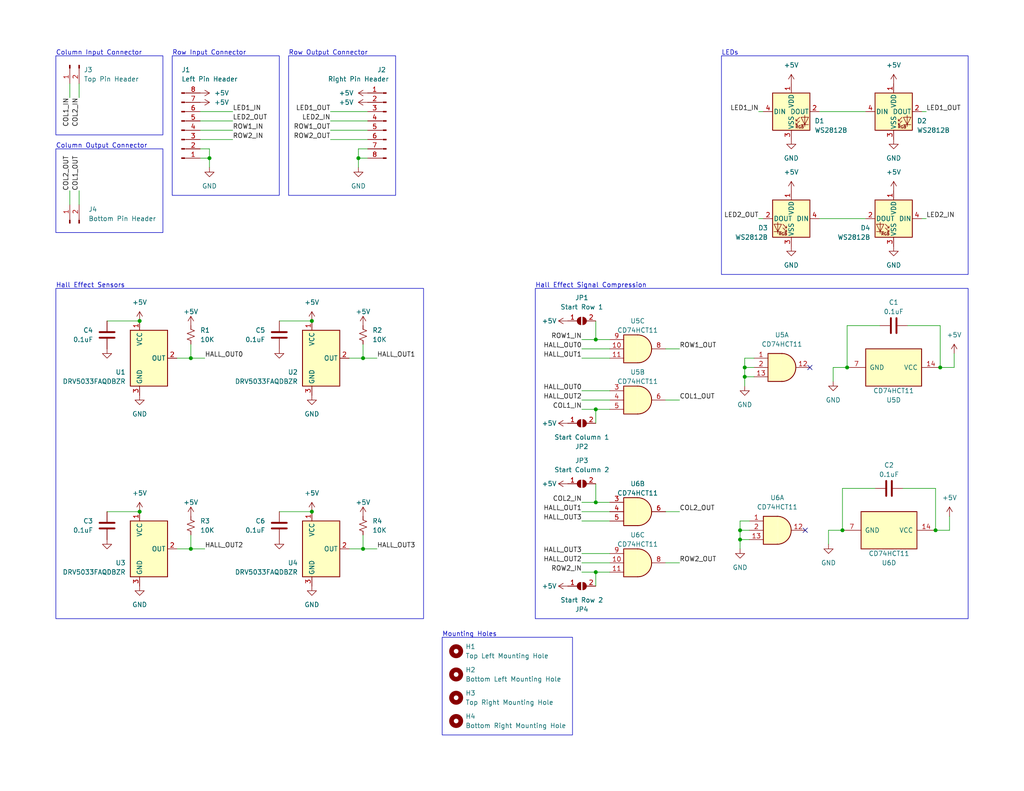
<source format=kicad_sch>
(kicad_sch (version 20230121) (generator eeschema)
  (paper "USLetter")
  (title_block (title "Sensor PCB") (date "2023-10-18") (rev "A") (company "ECE 477"))
  (lib_symbols
    (symbol "74xx:74LS11" (pin_names (offset 1.016))
      (property "Reference" "U" (at 0 1.27 0))
      (property "Value" "74LS11" (at 0 -1.27 0))
      (symbol "74LS11_1_1"
        (arc (start 0 -3.81) (mid 3.7934 0) (end 0 3.81) (stroke (width 0.254)) (fill (type background)))
        (polyline (pts (xy 0 3.81) (xy -3.81 3.81) (xy -3.81 -3.81) (xy 0 -3.81)) (stroke (width 0.254)) (fill (type background)))
        (pin input line (at -7.62 2.54 0) (length 3.81) (name "~") (number "1"))
        (pin output line (at 7.62 0 180) (length 3.81) (name "~") (number "12"))
        (pin input line (at -7.62 -2.54 0) (length 3.81) (name "~") (number "13"))
        (pin input line (at -7.62 0 0) (length 3.81) (name "~") (number "2"))
      )
      (symbol "74LS11_1_2"
        (arc (start -3.81 -3.81) (mid -2.589 0) (end -3.81 3.81) (stroke (width 0.254)))
        (arc (start -0.6096 -3.81) (mid 2.1842 -2.5851) (end 3.81 0) (stroke (width 0.254)) (fill (type background)))
        (polyline (pts (xy -3.81 -3.81) (xy -0.635 -3.81)) (stroke (width 0.254)) (fill (type background)))
        (polyline (pts (xy -3.81 3.81) (xy -0.635 3.81)) (stroke (width 0.254)) (fill (type background)))
        (polyline (pts (xy -0.635 3.81) (xy -3.81 3.81) (xy -3.81 3.81) (xy -3.556 3.4036) (xy -3.0226 2.2606) (xy -2.6924 1.0414) (xy -2.6162 -0.254) (xy -2.7686 -1.4986) (xy -3.175 -2.7178) (xy -3.81 -3.81) (xy -3.81 -3.81) (xy -0.635 -3.81)) (stroke (width -25.4)) (fill (type background)))
        (arc (start 3.81 0) (mid 2.1915 2.5936) (end -0.6096 3.81) (stroke (width 0.254)) (fill (type background)))
        (pin input inverted (at -7.62 2.54 0) (length 4.318) (name "~") (number "1"))
        (pin output inverted (at 7.62 0 180) (length 3.81) (name "~") (number "12"))
        (pin input inverted (at -7.62 -2.54 0) (length 4.318) (name "~") (number "13"))
        (pin input inverted (at -7.62 0 0) (length 4.953) (name "~") (number "2"))
      )
      (symbol "74LS11_2_1"
        (arc (start 0 -3.81) (mid 3.7934 0) (end 0 3.81) (stroke (width 0.254)) (fill (type background)))
        (polyline (pts (xy 0 3.81) (xy -3.81 3.81) (xy -3.81 -3.81) (xy 0 -3.81)) (stroke (width 0.254)) (fill (type background)))
        (pin input line (at -7.62 2.54 0) (length 3.81) (name "~") (number "3"))
        (pin input line (at -7.62 0 0) (length 3.81) (name "~") (number "4"))
        (pin input line (at -7.62 -2.54 0) (length 3.81) (name "~") (number "5"))
        (pin output line (at 7.62 0 180) (length 3.81) (name "~") (number "6"))
      )
      (symbol "74LS11_2_2"
        (arc (start -3.81 -3.81) (mid -2.589 0) (end -3.81 3.81) (stroke (width 0.254)))
        (arc (start -0.6096 -3.81) (mid 2.1842 -2.5851) (end 3.81 0) (stroke (width 0.254)) (fill (type background)))
        (polyline (pts (xy -3.81 -3.81) (xy -0.635 -3.81)) (stroke (width 0.254)) (fill (type background)))
        (polyline (pts (xy -3.81 3.81) (xy -0.635 3.81)) (stroke (width 0.254)) (fill (type background)))
        (polyline (pts (xy -0.635 3.81) (xy -3.81 3.81) (xy -3.81 3.81) (xy -3.556 3.4036) (xy -3.0226 2.2606) (xy -2.6924 1.0414) (xy -2.6162 -0.254) (xy -2.7686 -1.4986) (xy -3.175 -2.7178) (xy -3.81 -3.81) (xy -3.81 -3.81) (xy -0.635 -3.81)) (stroke (width -25.4)) (fill (type background)))
        (arc (start 3.81 0) (mid 2.1915 2.5936) (end -0.6096 3.81) (stroke (width 0.254)) (fill (type background)))
        (pin input inverted (at -7.62 2.54 0) (length 4.318) (name "~") (number "3"))
        (pin input inverted (at -7.62 0 0) (length 4.953) (name "~") (number "4"))
        (pin input inverted (at -7.62 -2.54 0) (length 4.318) (name "~") (number "5"))
        (pin output inverted (at 7.62 0 180) (length 3.81) (name "~") (number "6"))
      )
      (symbol "74LS11_3_1"
        (arc (start 0 -3.81) (mid 3.7934 0) (end 0 3.81) (stroke (width 0.254)) (fill (type background)))
        (polyline (pts (xy 0 3.81) (xy -3.81 3.81) (xy -3.81 -3.81) (xy 0 -3.81)) (stroke (width 0.254)) (fill (type background)))
        (pin input line (at -7.62 0 0) (length 3.81) (name "~") (number "10"))
        (pin input line (at -7.62 -2.54 0) (length 3.81) (name "~") (number "11"))
        (pin output line (at 7.62 0 180) (length 3.81) (name "~") (number "8"))
        (pin input line (at -7.62 2.54 0) (length 3.81) (name "~") (number "9"))
      )
      (symbol "74LS11_3_2"
        (arc (start -3.81 -3.81) (mid -2.589 0) (end -3.81 3.81) (stroke (width 0.254)))
        (arc (start -0.6096 -3.81) (mid 2.1842 -2.5851) (end 3.81 0) (stroke (width 0.254)) (fill (type background)))
        (polyline (pts (xy -3.81 -3.81) (xy -0.635 -3.81)) (stroke (width 0.254)) (fill (type background)))
        (polyline (pts (xy -3.81 3.81) (xy -0.635 3.81)) (stroke (width 0.254)) (fill (type background)))
        (polyline (pts (xy -0.635 3.81) (xy -3.81 3.81) (xy -3.81 3.81) (xy -3.556 3.4036) (xy -3.0226 2.2606) (xy -2.6924 1.0414) (xy -2.6162 -0.254) (xy -2.7686 -1.4986) (xy -3.175 -2.7178) (xy -3.81 -3.81) (xy -3.81 -3.81) (xy -0.635 -3.81)) (stroke (width -25.4)) (fill (type background)))
        (arc (start 3.81 0) (mid 2.1915 2.5936) (end -0.6096 3.81) (stroke (width 0.254)) (fill (type background)))
        (pin input inverted (at -7.62 0 0) (length 4.953) (name "~") (number "10"))
        (pin input inverted (at -7.62 -2.54 0) (length 4.318) (name "~") (number "11"))
        (pin output inverted (at 7.62 0 180) (length 3.81) (name "~") (number "8"))
        (pin input inverted (at -7.62 2.54 0) (length 4.318) (name "~") (number "9"))
      )
      (symbol "74LS11_4_0"
        (pin power_in line (at 0 12.7 270) (length 5.08) (name "VCC") (number "14"))
        (pin power_in line (at 0 -12.7 90) (length 5.08) (name "GND") (number "7"))
      )
      (symbol "74LS11_4_1"
        (rectangle (start -5.08 7.62) (end 5.08 -7.62) (stroke (width 0.254)) (fill (type background)))
      )
    )
    (symbol "Connector:Conn_01x02_Pin" (pin_names (offset 1.016) hide)
      (property "Reference" "J" (at 0 2.54 0))
      (property "Value" "Conn_01x02_Pin" (at 0 -5.08 0))
      (symbol "Conn_01x02_Pin_1_1"
        (polyline (pts (xy 1.27 -2.54) (xy 0.8636 -2.54)) (stroke (width 0.1524)))
        (polyline (pts (xy 1.27 0) (xy 0.8636 0)) (stroke (width 0.1524)))
        (rectangle (start 0.8636 -2.413) (end 0 -2.667) (stroke (width 0.1524)) (fill (type outline)))
        (rectangle (start 0.8636 0.127) (end 0 -0.127) (stroke (width 0.1524)) (fill (type outline)))
        (pin passive line (at 5.08 0 180) (length 3.81) (name "Pin_1") (number "1"))
        (pin passive line (at 5.08 -2.54 180) (length 3.81) (name "Pin_2") (number "2"))
      )
    )
    (symbol "Connector:Conn_01x08_Pin" (pin_names (offset 1.016) hide)
      (property "Reference" "J" (at 0 10.16 0))
      (property "Value" "Conn_01x08_Pin" (at 0 -12.7 0))
      (symbol "Conn_01x08_Pin_1_1"
        (polyline (pts (xy 1.27 -10.16) (xy 0.8636 -10.16)) (stroke (width 0.1524)))
        (polyline (pts (xy 1.27 -7.62) (xy 0.8636 -7.62)) (stroke (width 0.1524)))
        (polyline (pts (xy 1.27 -5.08) (xy 0.8636 -5.08)) (stroke (width 0.1524)))
        (polyline (pts (xy 1.27 -2.54) (xy 0.8636 -2.54)) (stroke (width 0.1524)))
        (polyline (pts (xy 1.27 0) (xy 0.8636 0)) (stroke (width 0.1524)))
        (polyline (pts (xy 1.27 2.54) (xy 0.8636 2.54)) (stroke (width 0.1524)))
        (polyline (pts (xy 1.27 5.08) (xy 0.8636 5.08)) (stroke (width 0.1524)))
        (polyline (pts (xy 1.27 7.62) (xy 0.8636 7.62)) (stroke (width 0.1524)))
        (rectangle (start 0.8636 -10.033) (end 0 -10.287) (stroke (width 0.1524)) (fill (type outline)))
        (rectangle (start 0.8636 -7.493) (end 0 -7.747) (stroke (width 0.1524)) (fill (type outline)))
        (rectangle (start 0.8636 -4.953) (end 0 -5.207) (stroke (width 0.1524)) (fill (type outline)))
        (rectangle (start 0.8636 -2.413) (end 0 -2.667) (stroke (width 0.1524)) (fill (type outline)))
        (rectangle (start 0.8636 0.127) (end 0 -0.127) (stroke (width 0.1524)) (fill (type outline)))
        (rectangle (start 0.8636 2.667) (end 0 2.413) (stroke (width 0.1524)) (fill (type outline)))
        (rectangle (start 0.8636 5.207) (end 0 4.953) (stroke (width 0.1524)) (fill (type outline)))
        (rectangle (start 0.8636 7.747) (end 0 7.493) (stroke (width 0.1524)) (fill (type outline)))
        (pin passive line (at 5.08 7.62 180) (length 3.81) (name "Pin_1") (number "1"))
        (pin passive line (at 5.08 5.08 180) (length 3.81) (name "Pin_2") (number "2"))
        (pin passive line (at 5.08 2.54 180) (length 3.81) (name "Pin_3") (number "3"))
        (pin passive line (at 5.08 0 180) (length 3.81) (name "Pin_4") (number "4"))
        (pin passive line (at 5.08 -2.54 180) (length 3.81) (name "Pin_5") (number "5"))
        (pin passive line (at 5.08 -5.08 180) (length 3.81) (name "Pin_6") (number "6"))
        (pin passive line (at 5.08 -7.62 180) (length 3.81) (name "Pin_7") (number "7"))
        (pin passive line (at 5.08 -10.16 180) (length 3.81) (name "Pin_8") (number "8"))
      )
    )
    (symbol "Device:C" (pin_numbers hide) (pin_names (offset 0.254))
      (property "Reference" "C" (at 0.635 2.54 0))
      (property "Value" "C" (at 0.635 -2.54 0))
      (symbol "C_0_1"
        (polyline (pts (xy -2.032 -0.762) (xy 2.032 -0.762)) (stroke (width 0.508)))
        (polyline (pts (xy -2.032 0.762) (xy 2.032 0.762)) (stroke (width 0.508)))
      )
      (symbol "C_1_1"
        (pin passive line (at 0 3.81 270) (length 2.794) (name "~") (number "1"))
        (pin passive line (at 0 -3.81 90) (length 2.794) (name "~") (number "2"))
      )
    )
    (symbol "Device:R_Small_US" (pin_numbers hide) (pin_names (offset 0.254) hide)
      (property "Reference" "R" (at 0.762 0.508 0))
      (property "Value" "R_Small_US" (at 0.762 -1.016 0))
      (symbol "R_Small_US_1_1"
        (polyline (pts (xy 0 0) (xy 1.016 -0.381) (xy 0 -0.762) (xy -1.016 -1.143) (xy 0 -1.524)))
        (polyline (pts (xy 0 1.524) (xy 1.016 1.143) (xy 0 0.762) (xy -1.016 0.381) (xy 0 0)))
        (pin passive line (at 0 2.54 270) (length 1.016) (name "~") (number "1"))
        (pin passive line (at 0 -2.54 90) (length 1.016) (name "~") (number "2"))
      )
    )
    (symbol "Jumper:SolderJumper_2_Open" (pin_names (offset 0) hide)
      (property "Reference" "JP" (at 0 2.032 0))
      (property "Value" "SolderJumper_2_Open" (at 0 -2.54 0))
      (symbol "SolderJumper_2_Open_0_1"
        (arc (start -0.254 1.016) (mid -1.2656 0) (end -0.254 -1.016))
        (arc (start -0.254 1.016) (mid -1.2656 0) (end -0.254 -1.016) (fill (type outline)))
        (polyline (pts (xy -0.254 1.016) (xy -0.254 -1.016)))
        (polyline (pts (xy 0.254 1.016) (xy 0.254 -1.016)))
        (arc (start 0.254 -1.016) (mid 1.2656 0) (end 0.254 1.016))
        (arc (start 0.254 -1.016) (mid 1.2656 0) (end 0.254 1.016) (fill (type outline)))
      )
      (symbol "SolderJumper_2_Open_1_1"
        (pin passive line (at -3.81 0 0) (length 2.54) (name "A") (number "1"))
        (pin passive line (at 3.81 0 180) (length 2.54) (name "B") (number "2"))
      )
    )
    (symbol "LED:WS2812B" (pin_names (offset 0.254))
      (property "Reference" "D" (at 5.08 5.715 0))
      (property "Value" "WS2812B" (at 1.27 -5.715 0))
      (symbol "WS2812B_0_0"
        (text "RGB" (at 2.286 -4.191 0) (effects (font (size 0.762 0.762))))
      )
      (symbol "WS2812B_0_1"
        (polyline (pts (xy 1.27 -3.556) (xy 1.778 -3.556)))
        (polyline (pts (xy 1.27 -2.54) (xy 1.778 -2.54)))
        (polyline (pts (xy 4.699 -3.556) (xy 2.667 -3.556)))
        (polyline (pts (xy 2.286 -2.54) (xy 1.27 -3.556) (xy 1.27 -3.048)))
        (polyline (pts (xy 2.286 -1.524) (xy 1.27 -2.54) (xy 1.27 -2.032)))
        (polyline (pts (xy 3.683 -1.016) (xy 3.683 -3.556) (xy 3.683 -4.064)))
        (polyline (pts (xy 4.699 -1.524) (xy 2.667 -1.524) (xy 3.683 -3.556) (xy 4.699 -1.524)))
        (rectangle (start 5.08 5.08) (end -5.08 -5.08) (stroke (width 0.254)) (fill (type background)))
      )
      (symbol "WS2812B_1_1"
        (pin power_in line (at 0 7.62 270) (length 2.54) (name "VDD") (number "1"))
        (pin output line (at 7.62 0 180) (length 2.54) (name "DOUT") (number "2"))
        (pin power_in line (at 0 -7.62 90) (length 2.54) (name "VSS") (number "3"))
        (pin input line (at -7.62 0 0) (length 2.54) (name "DIN") (number "4"))
      )
    )
    (symbol "Mechanical:MountingHole" (pin_names (offset 1.016))
      (property "Reference" "H" (at 0 5.08 0))
      (property "Value" "MountingHole" (at 0 3.175 0))
      (symbol "MountingHole_0_1"
        (circle (center 0 0) (radius 1.27) (stroke (width 1.27)))
      )
    )
    (symbol "Sensor_Magnetic:DRV5033AJxDBZ"
      (property "Reference" "U" (at 2.54 12.7 0))
      (property "Value" "DRV5033AJxDBZ" (at 2.54 10.16 0))
      (symbol "DRV5033AJxDBZ_1_1"
        (rectangle (start -5.08 7.62) (end 5.08 -7.62) (stroke (width 0.254)) (fill (type background)))
        (pin power_in line (at -2.54 10.16 270) (length 2.54) (name "VCC") (number "1"))
        (pin output line (at 7.62 0 180) (length 2.54) (name "OUT") (number "2"))
        (pin power_in line (at -2.54 -10.16 90) (length 2.54) (name "GND") (number "3"))
      )
    )
    (symbol "power:+5V" (power) (pin_names (offset 0))
      (property "Value" "+5V" (at 0 3.556 0))
      (symbol "+5V_0_1"
        (polyline (pts (xy -0.762 1.27) (xy 0 2.54)))
        (polyline (pts (xy 0 0) (xy 0 2.54)))
        (polyline (pts (xy 0 2.54) (xy 0.762 1.27)))
      )
      (symbol "+5V_1_1"
        (pin power_in line (at 0 0 90) (length 0) hide (name "+5V") (number "1"))
      )
    )
    (symbol "power:GND" (power) (pin_names (offset 0))
      (property "Value" "GND" (at 0 -3.81 0))
      (symbol "GND_0_1"
        (polyline (pts (xy 0 0) (xy 0 -1.27) (xy 1.27 -1.27) (xy 0 -2.54) (xy -1.27 -1.27) (xy 0 -1.27)))
      )
      (symbol "GND_1_1"
        (pin power_in line (at 0 0 270) (length 0) hide (name "GND") (number "1"))
      )
    )
  )
  (junction (at 85.09 139.7))
  (junction (at 38.1 87.63))
  (junction (at 162.56 92.71))
  (junction (at 256.54 100.33))
  (junction (at 255.27 144.78))
  (junction (at 99.06 149.86))
  (junction (at 162.56 137.16))
  (junction (at 52.07 149.86))
  (junction (at 201.93 144.78))
  (junction (at 38.1 139.7))
  (junction (at 229.87 144.78))
  (junction (at 231.14 100.33))
  (junction (at 162.56 111.76))
  (junction (at 99.06 97.79))
  (junction (at 52.07 97.79))
  (junction (at 57.15 43.18))
  (junction (at 203.2 102.87))
  (junction (at 97.79 43.18))
  (junction (at 203.2 100.33))
  (junction (at 85.09 87.63))
  (junction (at 201.93 147.32))
  (junction (at 162.56 156.21))
  (no_connect (at 220.98 100.33))
  (no_connect (at 219.71 144.78))
  (wire (pts (xy 54.61 38.1) (xy 63.5 38.1)))
  (wire (pts (xy 21.59 55.88) (xy 21.59 52.07)))
  (wire (pts (xy 48.26 149.86) (xy 52.07 149.86)))
  (wire (pts (xy 158.75 106.68) (xy 166.37 106.68)))
  (wire (pts (xy 99.06 146.05) (xy 99.06 149.86)))
  (wire (pts (xy 201.93 147.32) (xy 204.47 147.32)))
  (wire (pts (xy 255.27 133.35) (xy 255.27 144.78)))
  (wire (pts (xy 207.01 30.48) (xy 208.28 30.48)))
  (wire (pts (xy 52.07 149.86) (xy 55.88 149.86)))
  (wire (pts (xy 158.75 151.13) (xy 166.37 151.13)))
  (wire (pts (xy 158.75 137.16) (xy 162.56 137.16)))
  (wire (pts (xy 185.42 139.7) (xy 181.61 139.7)))
  (wire (pts (xy 29.21 139.7) (xy 38.1 139.7)))
  (wire (pts (xy 251.46 59.69) (xy 252.73 59.69)))
  (wire (pts (xy 162.56 87.63) (xy 162.56 92.71)))
  (wire (pts (xy 203.2 100.33) (xy 203.2 102.87)))
  (wire (pts (xy 99.06 97.79) (xy 102.87 97.79)))
  (wire (pts (xy 229.87 133.35) (xy 229.87 144.78)))
  (wire (pts (xy 158.75 139.7) (xy 166.37 139.7)))
  (wire (pts (xy 95.25 149.86) (xy 99.06 149.86)))
  (wire (pts (xy 99.06 149.86) (xy 102.87 149.86)))
  (wire (pts (xy 259.08 140.97) (xy 259.08 144.78)))
  (wire (pts (xy 158.75 153.67) (xy 166.37 153.67)))
  (wire (pts (xy 256.54 88.9) (xy 247.65 88.9)))
  (wire (pts (xy 162.56 132.08) (xy 162.56 137.16)))
  (wire (pts (xy 227.33 100.33) (xy 231.14 100.33)))
  (wire (pts (xy 100.33 40.64) (xy 97.79 40.64)))
  (wire (pts (xy 19.05 22.86) (xy 19.05 26.67)))
  (wire (pts (xy 99.06 97.79) (xy 95.25 97.79)))
  (wire (pts (xy 201.93 144.78) (xy 201.93 147.32)))
  (wire (pts (xy 185.42 109.22) (xy 181.61 109.22)))
  (wire (pts (xy 158.75 95.25) (xy 166.37 95.25)))
  (wire (pts (xy 52.07 149.86) (xy 52.07 146.05)))
  (wire (pts (xy 185.42 95.25) (xy 181.61 95.25)))
  (wire (pts (xy 204.47 142.24) (xy 201.93 142.24)))
  (wire (pts (xy 54.61 35.56) (xy 63.5 35.56)))
  (wire (pts (xy 203.2 102.87) (xy 205.74 102.87)))
  (wire (pts (xy 97.79 40.64) (xy 97.79 43.18)))
  (wire (pts (xy 158.75 92.71) (xy 162.56 92.71)))
  (wire (pts (xy 158.75 111.76) (xy 162.56 111.76)))
  (wire (pts (xy 54.61 40.64) (xy 57.15 40.64)))
  (wire (pts (xy 259.08 144.78) (xy 255.27 144.78)))
  (wire (pts (xy 226.06 148.59) (xy 226.06 144.78)))
  (wire (pts (xy 90.17 33.02) (xy 100.33 33.02)))
  (wire (pts (xy 158.75 142.24) (xy 166.37 142.24)))
  (wire (pts (xy 19.05 52.07) (xy 19.05 55.88)))
  (wire (pts (xy 260.35 96.52) (xy 260.35 100.33)))
  (wire (pts (xy 54.61 33.02) (xy 63.5 33.02)))
  (wire (pts (xy 260.35 100.33) (xy 256.54 100.33)))
  (wire (pts (xy 158.75 97.79) (xy 166.37 97.79)))
  (wire (pts (xy 54.61 30.48) (xy 63.5 30.48)))
  (wire (pts (xy 231.14 88.9) (xy 231.14 100.33)))
  (wire (pts (xy 162.56 137.16) (xy 166.37 137.16)))
  (wire (pts (xy 100.33 43.18) (xy 97.79 43.18)))
  (wire (pts (xy 90.17 38.1) (xy 100.33 38.1)))
  (wire (pts (xy 181.61 153.67) (xy 185.42 153.67)))
  (wire (pts (xy 205.74 97.79) (xy 203.2 97.79)))
  (wire (pts (xy 162.56 160.02) (xy 162.56 156.21)))
  (wire (pts (xy 52.07 97.79) (xy 55.88 97.79)))
  (wire (pts (xy 240.03 88.9) (xy 231.14 88.9)))
  (wire (pts (xy 223.52 59.69) (xy 236.22 59.69)))
  (wire (pts (xy 201.93 144.78) (xy 204.47 144.78)))
  (wire (pts (xy 207.01 59.69) (xy 208.28 59.69)))
  (wire (pts (xy 162.56 92.71) (xy 166.37 92.71)))
  (wire (pts (xy 203.2 100.33) (xy 205.74 100.33)))
  (wire (pts (xy 203.2 97.79) (xy 203.2 100.33)))
  (wire (pts (xy 238.76 133.35) (xy 229.87 133.35)))
  (wire (pts (xy 48.26 97.79) (xy 52.07 97.79)))
  (wire (pts (xy 76.2 87.63) (xy 85.09 87.63)))
  (wire (pts (xy 57.15 40.64) (xy 57.15 43.18)))
  (wire (pts (xy 201.93 142.24) (xy 201.93 144.78)))
  (wire (pts (xy 90.17 35.56) (xy 100.33 35.56)))
  (wire (pts (xy 251.46 30.48) (xy 252.73 30.48)))
  (wire (pts (xy 203.2 102.87) (xy 203.2 105.41)))
  (wire (pts (xy 158.75 109.22) (xy 166.37 109.22)))
  (wire (pts (xy 256.54 88.9) (xy 256.54 100.33)))
  (wire (pts (xy 90.17 30.48) (xy 100.33 30.48)))
  (wire (pts (xy 29.21 87.63) (xy 38.1 87.63)))
  (wire (pts (xy 162.56 111.76) (xy 166.37 111.76)))
  (wire (pts (xy 57.15 43.18) (xy 57.15 45.72)))
  (wire (pts (xy 97.79 43.18) (xy 97.79 45.72)))
  (wire (pts (xy 99.06 93.98) (xy 99.06 97.79)))
  (wire (pts (xy 162.56 156.21) (xy 166.37 156.21)))
  (wire (pts (xy 226.06 144.78) (xy 229.87 144.78)))
  (wire (pts (xy 201.93 147.32) (xy 201.93 149.86)))
  (wire (pts (xy 162.56 115.57) (xy 162.56 111.76)))
  (wire (pts (xy 223.52 30.48) (xy 236.22 30.48)))
  (wire (pts (xy 54.61 43.18) (xy 57.15 43.18)))
  (wire (pts (xy 158.75 156.21) (xy 162.56 156.21)))
  (wire (pts (xy 76.2 139.7) (xy 85.09 139.7)))
  (wire (pts (xy 246.38 133.35) (xy 255.27 133.35)))
  (wire (pts (xy 52.07 93.98) (xy 52.07 97.79)))
  (wire (pts (xy 21.59 22.86) (xy 21.59 26.67)))
  (wire (pts (xy 227.33 104.14) (xy 227.33 100.33)))
  (rectangle (start 196.85 15.24) (end 264.16 74.93))
  (rectangle (start 15.24 15.24) (end 44.45 36.83))
  (rectangle (start 146.05 78.74) (end 264.16 168.91))
  (rectangle (start 120.65 173.99) (end 156.21 200.66))
  (rectangle (start 46.99 15.24) (end 76.2 53.34))
  (rectangle (start 15.24 40.64) (end 44.45 63.5))
  (rectangle (start 15.24 78.74) (end 115.57 168.91))
  (rectangle (start 78.74 15.24) (end 107.95 53.34))
  (text "Hall Effect Sensors" (at 15.24 78.74 0) (effects (font (size 1.27 1.27)) (justify left bottom)))
  (text "Column Input Connector" (at 15.24 15.24 0) (effects (font (size 1.27 1.27)) (justify left bottom)))
  (text "Row Output Connector" (at 78.74 15.24 0) (effects (font (size 1.27 1.27)) (justify left bottom)))
  (text "Column Output Connector" (at 15.24 40.64 0) (effects (font (size 1.27 1.27)) (justify left bottom)))
  (text "Hall Effect Signal Compression" (at 146.05 78.74 0) (effects (font (size 1.27 1.27)) (justify left bottom)))
  (text "Mounting Holes" (at 120.65 173.99 0) (effects (font (size 1.27 1.27)) (justify left bottom)))
  (text "LEDs" (at 196.85 15.24 0) (effects (font (size 1.27 1.27)) (justify left bottom)))
  (text "Row Input Connector" (at 46.99 15.24 0) (effects (font (size 1.27 1.27)) (justify left bottom)))
  (label "COL1_IN" (at 19.05 26.67 270))
  (label "ROW1_IN" (at 158.75 92.71 180))
  (label "HALL_OUT3" (at 158.75 142.24 180))
  (label "HALL_OUT3" (at 158.75 151.13 180))
  (label "ROW2_OUT" (at 185.42 153.67 0))
  (label "HALL_OUT2" (at 55.88 149.86 0))
  (label "ROW1_IN" (at 63.5 35.56 0))
  (label "LED1_OUT" (at 252.73 30.48 0))
  (label "HALL_OUT0" (at 158.75 95.25 180))
  (label "ROW2_OUT" (at 90.17 38.1 180))
  (label "COL2_IN" (at 158.75 137.16 180))
  (label "HALL_OUT3" (at 102.87 149.86 0))
  (label "LED2_OUT" (at 63.5 33.02 0))
  (label "LED2_IN" (at 90.17 33.02 180))
  (label "HALL_OUT1" (at 158.75 139.7 180))
  (label "COL1_OUT" (at 21.59 52.07 90))
  (label "LED2_IN" (at 252.73 59.69 0))
  (label "COL1_IN" (at 158.75 111.76 180))
  (label "HALL_OUT1" (at 158.75 97.79 180))
  (label "HALL_OUT2" (at 158.75 153.67 180))
  (label "HALL_OUT1" (at 102.87 97.79 0))
  (label "ROW2_IN" (at 63.5 38.1 0))
  (label "COL2_OUT" (at 19.05 52.07 90))
  (label "ROW1_OUT" (at 185.42 95.25 0))
  (label "HALL_OUT2" (at 158.75 109.22 180))
  (label "HALL_OUT0" (at 55.88 97.79 0))
  (label "LED1_IN" (at 207.01 30.48 180))
  (label "LED2_OUT" (at 207.01 59.69 180))
  (label "LED1_OUT" (at 90.17 30.48 180))
  (label "ROW2_IN" (at 158.75 156.21 180))
  (label "COL1_OUT" (at 185.42 109.22 0))
  (label "LED1_IN" (at 63.5 30.48 0))
  (label "HALL_OUT0" (at 158.75 106.68 180))
  (label "COL2_IN" (at 21.59 26.67 270))
  (label "ROW1_OUT" (at 90.17 35.56 180))
  (label "COL2_OUT" (at 185.42 139.7 0))
  (symbol (lib_id "power:GND") (at 76.2 147.32 0) (unit 1)
    (property "Reference" "#PWR029" (effects hide))
    (property "Value" "GND" (effects hide))
  )
  (symbol (lib_id "power:+5V") (at 52.07 88.9 0) (unit 1)
    (property "Reference" "#PWR025" (effects hide))
    (property "Value" "+5V" (at 52.07 85.09 0))
  )
  (symbol (lib_id "power:+5V") (at 100.33 27.94 90) (mirror x) (unit 1)
    (property "Reference" "#PWR023" (effects hide))
    (property "Value" "+5V" (at 96.52 27.94 90) (effects (justify left)))
  )
  (symbol (lib_id "Jumper:SolderJumper_2_Open") (at 158.75 132.08 0) (unit 1)
    (property "Reference" "JP3" (at 158.75 125.73 0))
    (property "Value" "Start Column 2" (at 158.75 128.27 0))
    (property "Footprint" "Jumper:SolderJumper-2_P1.3mm_Open_TrianglePad1.0x1.5mm" (effects hide))
  )
  (symbol (lib_id "74xx:74LS11") (at 243.84 100.33 270) (unit 4)
    (property "Reference" "U5" (at 243.84 109.22 90))
    (property "Value" "CD74HCT11" (at 243.84 106.68 90))
    (property "Footprint" "Package_SO:SOIC-14_3.9x8.7mm_P1.27mm" (effects hide))
    (property "Datasheet" "http://www.ti.com/lit/gpn/sn74LS11" (effects hide))
    (property "JLCPCB Part #" "C7643" (effects hide))
    (property "JLCPCB Rotation Offset" "-90" (effects hide))
  )
  (symbol (lib_id "power:+5V") (at 154.94 132.08 90) (unit 1)
    (property "Reference" "#PWR017" (effects hide))
    (property "Value" "+5V" (at 149.86 132.08 90))
  )
  (symbol (lib_id "74xx:74LS11") (at 173.99 139.7 0) (unit 2)
    (property "Reference" "U6" (at 173.99 132.08 0))
    (property "Value" "CD74HCT11" (at 173.99 134.62 0))
    (property "Footprint" "Package_SO:SOIC-14_3.9x8.7mm_P1.27mm" (effects hide))
    (property "Datasheet" "http://www.ti.com/lit/gpn/sn74LS11" (effects hide))
    (property "JLCPCB Part #" "C7643" (effects hide))
    (property "JLCPCB Rotation Offset" "-90" (effects hide))
  )
  (symbol (lib_id "Jumper:SolderJumper_2_Open") (at 158.75 87.63 0) (unit 1)
    (property "Reference" "JP1" (at 158.75 81.28 0))
    (property "Value" "Start Row 1" (at 158.75 83.82 0))
    (property "Footprint" "Jumper:SolderJumper-2_P1.3mm_Open_TrianglePad1.0x1.5mm" (effects hide))
  )
  (symbol (lib_id "Device:R_Small_US") (at 99.06 143.51 0) (unit 1)
    (property "Reference" "R4" (at 101.6 142.24 0) (effects (justify left)))
    (property "Value" "10K" (at 101.6 144.78 0) (effects (justify left)))
    (property "Footprint" "Resistor_SMD:R_0805_2012Metric_Pad1.20x1.40mm_HandSolder" (effects hide))
    (property "JLCPCB Part #" "C100047" (effects hide))
  )
  (symbol (lib_id "power:GND") (at 215.9 38.1 0) (mirror y) (unit 1)
    (property "Reference" "#PWR033" (effects hide))
    (property "Value" "GND" (at 215.9 43.18 0))
  )
  (symbol (lib_id "power:GND") (at 57.15 45.72 0) (unit 1)
    (property "Reference" "#PWR021" (effects hide))
    (property "Value" "GND" (at 57.15 50.8 0))
  )
  (symbol (lib_id "power:GND") (at 215.9 67.31 0) (unit 1)
    (property "Reference" "#PWR037" (effects hide))
    (property "Value" "GND" (at 215.9 72.39 0))
  )
  (symbol (lib_id "power:+5V") (at 99.06 140.97 0) (unit 1)
    (property "Reference" "#PWR028" (effects hide))
    (property "Value" "+5V" (at 99.06 137.16 0))
  )
  (symbol (lib_id "Mechanical:MountingHole") (at 124.46 190.5 0) (unit 1)
    (property "Reference" "H3" (at 127 189.23 0) (effects (justify left)))
    (property "Value" "Top Right Mounting Hole" (at 127 191.77 0) (effects (justify left)))
    (property "Footprint" "MountingHole:MountingHole_2.7mm_M2.5" (effects hide))
  )
  (symbol (lib_id "power:+5V") (at 54.61 25.4 270) (unit 1)
    (property "Reference" "#PWR019" (effects hide))
    (property "Value" "+5V" (at 58.42 25.4 90) (effects (justify left)))
  )
  (symbol (lib_id "power:+5V") (at 243.84 22.86 0) (mirror y) (unit 1)
    (property "Reference" "#PWR035" (effects hide))
    (property "Value" "+5V" (at 243.84 17.78 0))
  )
  (symbol (lib_id "power:GND") (at 203.2 105.41 0) (unit 1)
    (property "Reference" "#PWR01" (effects hide))
    (property "Value" "GND" (at 203.2 110.49 0))
  )
  (symbol (lib_id "74xx:74LS11") (at 173.99 109.22 0) (unit 2)
    (property "Reference" "U5" (at 173.99 101.6 0))
    (property "Value" "CD74HCT11" (at 173.99 104.14 0))
    (property "Footprint" "Package_SO:SOIC-14_3.9x8.7mm_P1.27mm" (effects hide))
    (property "Datasheet" "http://www.ti.com/lit/gpn/sn74LS11" (effects hide))
    (property "JLCPCB Part #" "C7643" (effects hide))
    (property "JLCPCB Rotation Offset" "-90" (effects hide))
  )
  (symbol (lib_id "power:+5V") (at 154.94 160.02 90) (unit 1)
    (property "Reference" "#PWR018" (effects hide))
    (property "Value" "+5V" (at 149.86 160.02 90))
  )
  (symbol (lib_id "Sensor_Magnetic:DRV5033AJxDBZ") (at 87.63 97.79 0) (unit 1)
    (property "Reference" "U2" (at 81.28 101.6 0) (effects (justify right)))
    (property "Value" "DRV5033FAQDBZR" (at 81.28 104.14 0) (effects (justify right)))
    (property "Footprint" "Package_TO_SOT_SMD:SOT-23" (effects hide))
    (property "Datasheet" "https://www.ti.com/lit/ds/symlink/drv5033.pdf" (effects hide))
    (property "JLCPCB Part #" "C2655029" (effects hide))
    (property "JLCPCB Rotation Offset" "180" (effects hide))
  )
  (symbol (lib_id "Connector:Conn_01x08_Pin") (at 49.53 35.56 0) (mirror x) (unit 1)
    (property "Reference" "J1" (at 49.53 19.05 0) (effects (justify left)))
    (property "Value" "Left Pin Header" (at 49.53 21.59 0) (effects (justify left)))
    (property "Footprint" "Connector_PinHeader_2.54mm:PinHeader_1x08_P2.54mm_Horizontal" (effects hide))
    (property "JLCPCB Part #" "C492416" (effects hide))
    (property "JLCPCB Rotation Offset" "90" (effects hide))
    (property "JLCPCB Position Offset" "-8.89,0" (effects hide))
  )
  (symbol (lib_id "Jumper:SolderJumper_2_Open") (at 158.75 115.57 0) (mirror x) (unit 1)
    (property "Reference" "JP2" (at 158.75 121.92 0))
    (property "Value" "Start Column 1" (at 158.75 119.38 0))
    (property "Footprint" "Jumper:SolderJumper-2_P1.3mm_Open_TrianglePad1.0x1.5mm" (effects hide))
  )
  (symbol (lib_id "Device:C") (at 243.84 88.9 270) (mirror x) (unit 1)
    (property "Reference" "C1" (at 243.84 82.55 90))
    (property "Value" "0.1uF" (at 243.84 85.09 90))
    (property "Footprint" "Capacitor_SMD:C_0805_2012Metric_Pad1.18x1.45mm_HandSolder" (effects hide))
    (property "JLCPCB Part #" "C49678" (effects hide))
  )
  (symbol (lib_id "Device:R_Small_US") (at 52.07 91.44 0) (unit 1)
    (property "Reference" "R1" (at 54.61 90.17 0) (effects (justify left)))
    (property "Value" "10K" (at 54.61 92.71 0) (effects (justify left)))
    (property "Footprint" "Resistor_SMD:R_0805_2012Metric_Pad1.20x1.40mm_HandSolder" (effects hide))
    (property "JLCPCB Part #" "C100047" (effects hide))
  )
  (symbol (lib_id "Connector:Conn_01x02_Pin") (at 19.05 60.96 90) (unit 1)
    (property "Reference" "J4" (at 24.13 57.15 90) (effects (justify right)))
    (property "Value" "Bottom Pin Header" (at 24.13 59.69 90) (effects (justify right)))
    (property "Footprint" "Connector_PinHeader_2.54mm:PinHeader_1x02_P2.54mm_Horizontal" (effects hide))
    (property "JLCPCB Part #" "C492410" (effects hide))
    (property "JLCPCB Rotation Offset" "90" (effects hide))
    (property "JLCPCB Position Offset" "-1.27,0" (effects hide))
  )
  (symbol (lib_id "power:GND") (at 243.84 38.1 0) (mirror y) (unit 1)
    (property "Reference" "#PWR034" (effects hide))
    (property "Value" "GND" (at 243.84 43.18 0))
  )
  (symbol (lib_id "power:GND") (at 85.09 160.02 0) (unit 1)
    (property "Reference" "#PWR014" (effects hide))
    (property "Value" "GND" (at 85.09 165.1 0))
  )
  (symbol (lib_id "power:GND") (at 97.79 45.72 0) (mirror y) (unit 1)
    (property "Reference" "#PWR024" (effects hide))
    (property "Value" "GND" (at 97.79 50.8 0))
  )
  (symbol (lib_id "power:+5V") (at 215.9 22.86 0) (mirror y) (unit 1)
    (property "Reference" "#PWR036" (effects hide))
    (property "Value" "+5V" (at 215.9 17.78 0))
  )
  (symbol (lib_id "power:+5V") (at 38.1 87.63 0) (unit 1)
    (property "Reference" "#PWR09" (effects hide))
    (property "Value" "+5V" (at 38.1 82.55 0))
  )
  (symbol (lib_id "power:+5V") (at 260.35 96.52 0) (unit 1)
    (property "Reference" "#PWR06" (effects hide))
    (property "Value" "+5V" (at 260.35 91.44 0))
  )
  (symbol (lib_id "LED:WS2812B") (at 243.84 30.48 0) (unit 1)
    (property "Reference" "D2" (at 250.19 33.02 0) (effects (justify left)))
    (property "Value" "WS2812B" (at 250.19 35.56 0) (effects (justify left)))
    (property "Footprint" "LED_SMD:LED_WS2812B_PLCC4_5.0x5.0mm_P3.2mm" (effects hide))
    (property "Datasheet" "https://cdn-shop.adafruit.com/datasheets/WS2812B.pdf" (effects hide))
    (property "JLCPCB Part #" "C4154882" (effects hide))
  )
  (symbol (lib_id "74xx:74LS11") (at 242.57 144.78 270) (unit 4)
    (property "Reference" "U6" (at 242.57 153.67 90))
    (property "Value" "CD74HCT11" (at 242.57 151.13 90))
    (property "Footprint" "Package_SO:SOIC-14_3.9x8.7mm_P1.27mm" (effects hide))
    (property "Datasheet" "http://www.ti.com/lit/gpn/sn74LS11" (effects hide))
    (property "JLCPCB Part #" "C7643" (effects hide))
    (property "JLCPCB Rotation Offset" "-90" (effects hide))
  )
  (symbol (lib_id "power:+5V") (at 54.61 27.94 270) (unit 1)
    (property "Reference" "#PWR020" (effects hide))
    (property "Value" "+5V" (at 58.42 27.94 90) (effects (justify left)))
  )
  (symbol (lib_id "power:+5V") (at 243.84 52.07 0) (mirror y) (unit 1)
    (property "Reference" "#PWR038" (effects hide))
    (property "Value" "+5V" (at 243.84 46.99 0))
  )
  (symbol (lib_id "power:+5V") (at 154.94 115.57 90) (unit 1)
    (property "Reference" "#PWR016" (effects hide))
    (property "Value" "+5V" (at 149.86 115.57 90))
  )
  (symbol (lib_id "Sensor_Magnetic:DRV5033AJxDBZ") (at 87.63 149.86 0) (unit 1)
    (property "Reference" "U4" (at 81.28 153.67 0) (effects (justify right)))
    (property "Value" "DRV5033FAQDBZR" (at 81.28 156.21 0) (effects (justify right)))
    (property "Footprint" "Package_TO_SOT_SMD:SOT-23" (effects hide))
    (property "Datasheet" "https://www.ti.com/lit/ds/symlink/drv5033.pdf" (effects hide))
    (property "JLCPCB Part #" "C2655029" (effects hide))
    (property "JLCPCB Rotation Offset" "180" (effects hide))
  )
  (symbol (lib_id "Jumper:SolderJumper_2_Open") (at 158.75 160.02 0) (mirror x) (unit 1)
    (property "Reference" "JP4" (at 158.75 166.37 0))
    (property "Value" "Start Row 2" (at 158.75 163.83 0))
    (property "Footprint" "Jumper:SolderJumper-2_P1.3mm_Open_TrianglePad1.0x1.5mm" (effects hide))
  )
  (symbol (lib_id "Device:C") (at 29.21 91.44 0) (mirror y) (unit 1)
    (property "Reference" "C4" (at 25.4 90.17 0) (effects (justify left)))
    (property "Value" "0.1uF" (at 25.4 92.71 0) (effects (justify left)))
    (property "Footprint" "Capacitor_SMD:C_0805_2012Metric_Pad1.18x1.45mm_HandSolder" (effects hide))
    (property "JLCPCB Part #" "C49678" (effects hide))
  )
  (symbol (lib_id "LED:WS2812B") (at 215.9 30.48 0) (unit 1)
    (property "Reference" "D1" (at 222.25 33.02 0) (effects (justify left)))
    (property "Value" "WS2812B" (at 222.25 35.56 0) (effects (justify left)))
    (property "Footprint" "LED_SMD:LED_WS2812B_PLCC4_5.0x5.0mm_P3.2mm" (effects hide))
    (property "Datasheet" "https://cdn-shop.adafruit.com/datasheets/WS2812B.pdf" (effects hide))
    (property "JLCPCB Part #" "C4154882" (effects hide))
  )
  (symbol (lib_id "Device:C") (at 29.21 143.51 0) (mirror y) (unit 1)
    (property "Reference" "C3" (at 25.4 142.24 0) (effects (justify left)))
    (property "Value" "0.1uF" (at 25.4 144.78 0) (effects (justify left)))
    (property "Footprint" "Capacitor_SMD:C_0805_2012Metric_Pad1.18x1.45mm_HandSolder" (effects hide))
    (property "JLCPCB Part #" "C49678" (effects hide))
  )
  (symbol (lib_id "power:GND") (at 76.2 95.25 0) (unit 1)
    (property "Reference" "#PWR040" (effects hide))
    (property "Value" "GND" (effects hide))
  )
  (symbol (lib_id "74xx:74LS11") (at 213.36 100.33 0) (unit 1)
    (property "Reference" "U5" (at 213.3517 91.44 0))
    (property "Value" "CD74HCT11" (at 213.3517 93.98 0))
    (property "Footprint" "Package_SO:SOIC-14_3.9x8.7mm_P1.27mm" (effects hide))
    (property "Datasheet" "http://www.ti.com/lit/gpn/sn74LS11" (effects hide))
    (property "JLCPCB Part #" "C7643" (effects hide))
    (property "JLCPCB Rotation Offset" "-90" (effects hide))
  )
  (symbol (lib_id "Connector:Conn_01x08_Pin") (at 105.41 33.02 0) (mirror y) (unit 1)
    (property "Reference" "J2" (at 104.14 19.05 0))
    (property "Value" "Right Pin Header" (at 97.79 21.59 0))
    (property "Footprint" "Connector_PinHeader_2.54mm:PinHeader_1x08_P2.54mm_Horizontal" (effects hide))
    (property "JLCPCB Part #" "C492416" (effects hide))
    (property "JLCPCB Rotation Offset" "90" (effects hide))
    (property "JLCPCB Position Offset" "-8.89,0" (effects hide))
  )
  (symbol (lib_id "Mechanical:MountingHole") (at 124.46 196.85 0) (unit 1)
    (property "Reference" "H4" (at 127 195.58 0) (effects (justify left)))
    (property "Value" "Bottom Right Mounting Hole" (at 127 198.12 0) (effects (justify left)))
    (property "Footprint" "MountingHole:MountingHole_2.7mm_M2.5" (effects hide))
  )
  (symbol (lib_id "power:GND") (at 29.21 95.25 0) (unit 1)
    (property "Reference" "#PWR039" (effects hide))
    (property "Value" "GND" (effects hide))
  )
  (symbol (lib_id "power:+5V") (at 85.09 87.63 0) (unit 1)
    (property "Reference" "#PWR010" (effects hide))
    (property "Value" "+5V" (at 85.09 82.55 0))
  )
  (symbol (lib_id "74xx:74LS11") (at 173.99 153.67 0) (unit 3)
    (property "Reference" "U6" (at 173.99 146.05 0))
    (property "Value" "CD74HCT11" (at 173.99 148.59 0))
    (property "Footprint" "Package_SO:SOIC-14_3.9x8.7mm_P1.27mm" (effects hide))
    (property "Datasheet" "http://www.ti.com/lit/gpn/sn74LS11" (effects hide))
    (property "JLCPCB Part #" "C7643" (effects hide))
    (property "JLCPCB Rotation Offset" "-90" (effects hide))
  )
  (symbol (lib_id "Device:R_Small_US") (at 99.06 91.44 0) (unit 1)
    (property "Reference" "R2" (at 101.6 90.17 0) (effects (justify left)))
    (property "Value" "10K" (at 101.6 92.71 0) (effects (justify left)))
    (property "Footprint" "Resistor_SMD:R_0805_2012Metric_Pad1.20x1.40mm_HandSolder" (effects hide))
    (property "JLCPCB Part #" "C100047" (effects hide))
  )
  (symbol (lib_id "Sensor_Magnetic:DRV5033AJxDBZ") (at 40.64 149.86 0) (unit 1)
    (property "Reference" "U3" (at 34.29 153.67 0) (effects (justify right)))
    (property "Value" "DRV5033FAQDBZR" (at 34.29 156.21 0) (effects (justify right)))
    (property "Footprint" "Package_TO_SOT_SMD:SOT-23" (effects hide))
    (property "Datasheet" "https://www.ti.com/lit/ds/symlink/drv5033.pdf" (effects hide))
    (property "JLCPCB Part #" "C2655029" (effects hide))
    (property "JLCPCB Rotation Offset" "180" (effects hide))
  )
  (symbol (lib_id "LED:WS2812B") (at 215.9 59.69 0) (mirror y) (unit 1)
    (property "Reference" "D3" (at 209.55 62.23 0) (effects (justify left)))
    (property "Value" "WS2812B" (at 209.55 64.77 0) (effects (justify left)))
    (property "Footprint" "LED_SMD:LED_WS2812B_PLCC4_5.0x5.0mm_P3.2mm" (effects hide))
    (property "Datasheet" "https://cdn-shop.adafruit.com/datasheets/WS2812B.pdf" (effects hide))
    (property "JLCPCB Part #" "C4154882" (effects hide))
  )
  (symbol (lib_id "Device:R_Small_US") (at 52.07 143.51 0) (unit 1)
    (property "Reference" "R3" (at 54.61 142.24 0) (effects (justify left)))
    (property "Value" "10K" (at 54.61 144.78 0) (effects (justify left)))
    (property "Footprint" "Resistor_SMD:R_0805_2012Metric_Pad1.20x1.40mm_HandSolder" (effects hide))
    (property "JLCPCB Part #" "C100047" (effects hide))
  )
  (symbol (lib_id "power:GND") (at 243.84 67.31 0) (mirror y) (unit 1)
    (property "Reference" "#PWR031" (effects hide))
    (property "Value" "GND" (at 243.84 72.39 0))
  )
  (symbol (lib_id "Device:C") (at 242.57 133.35 270) (mirror x) (unit 1)
    (property "Reference" "C2" (at 242.57 127 90))
    (property "Value" "0.1uF" (at 242.57 129.54 90))
    (property "Footprint" "Capacitor_SMD:C_0805_2012Metric_Pad1.18x1.45mm_HandSolder" (effects hide))
    (property "JLCPCB Part #" "C49678" (effects hide))
  )
  (symbol (lib_id "power:+5V") (at 85.09 139.7 0) (unit 1)
    (property "Reference" "#PWR08" (effects hide))
    (property "Value" "+5V" (at 85.09 134.62 0))
  )
  (symbol (lib_id "74xx:74LS11") (at 212.09 144.78 0) (unit 1)
    (property "Reference" "U6" (at 212.0817 135.89 0))
    (property "Value" "CD74HCT11" (at 212.0817 138.43 0))
    (property "Footprint" "Package_SO:SOIC-14_3.9x8.7mm_P1.27mm" (effects hide))
    (property "Datasheet" "http://www.ti.com/lit/gpn/sn74LS11" (effects hide))
    (property "JLCPCB Part #" "C7643" (effects hide))
    (property "JLCPCB Rotation Offset" "-90" (effects hide))
  )
  (symbol (lib_id "Device:C") (at 76.2 91.44 0) (mirror y) (unit 1)
    (property "Reference" "C5" (at 72.39 90.17 0) (effects (justify left)))
    (property "Value" "0.1uF" (at 72.39 92.71 0) (effects (justify left)))
    (property "Footprint" "Capacitor_SMD:C_0805_2012Metric_Pad1.18x1.45mm_HandSolder" (effects hide))
    (property "JLCPCB Part #" "C49678" (effects hide))
  )
  (symbol (lib_id "power:+5V") (at 100.33 25.4 90) (mirror x) (unit 1)
    (property "Reference" "#PWR022" (effects hide))
    (property "Value" "+5V" (at 96.52 25.4 90) (effects (justify left)))
  )
  (symbol (lib_id "74xx:74LS11") (at 173.99 95.25 0) (unit 3)
    (property "Reference" "U5" (at 173.99 87.63 0))
    (property "Value" "CD74HCT11" (at 173.99 90.17 0))
    (property "Footprint" "Package_SO:SOIC-14_3.9x8.7mm_P1.27mm" (effects hide))
    (property "Datasheet" "http://www.ti.com/lit/gpn/sn74LS11" (effects hide))
    (property "JLCPCB Part #" "C7643" (effects hide))
    (property "JLCPCB Rotation Offset" "-90" (effects hide))
  )
  (symbol (lib_id "power:+5V") (at 215.9 52.07 0) (unit 1)
    (property "Reference" "#PWR032" (effects hide))
    (property "Value" "+5V" (at 215.9 46.99 0))
  )
  (symbol (lib_id "power:GND") (at 201.93 149.86 0) (unit 1)
    (property "Reference" "#PWR02" (effects hide))
    (property "Value" "GND" (at 201.93 154.94 0))
  )
  (symbol (lib_id "Sensor_Magnetic:DRV5033AJxDBZ") (at 40.64 97.79 0) (unit 1)
    (property "Reference" "U1" (at 34.29 101.6 0) (effects (justify right)))
    (property "Value" "DRV5033FAQDBZR" (at 34.29 104.14 0) (effects (justify right)))
    (property "Footprint" "Package_TO_SOT_SMD:SOT-23" (effects hide))
    (property "Datasheet" "https://www.ti.com/lit/ds/symlink/drv5033.pdf" (effects hide))
    (property "JLCPCB Part #" "C2655029" (effects hide))
    (property "JLCPCB Rotation Offset" "180" (effects hide))
  )
  (symbol (lib_id "power:+5V") (at 38.1 139.7 0) (unit 1)
    (property "Reference" "#PWR07" (effects hide))
    (property "Value" "+5V" (at 38.1 134.62 0))
  )
  (symbol (lib_id "power:GND") (at 29.21 147.32 0) (unit 1)
    (property "Reference" "#PWR030" (effects hide))
    (property "Value" "GND" (effects hide))
  )
  (symbol (lib_id "power:GND") (at 38.1 107.95 0) (unit 1)
    (property "Reference" "#PWR011" (effects hide))
    (property "Value" "GND" (at 38.1 113.03 0))
  )
  (symbol (lib_id "Device:C") (at 76.2 143.51 0) (mirror y) (unit 1)
    (property "Reference" "C6" (at 72.39 142.24 0) (effects (justify left)))
    (property "Value" "0.1uF" (at 72.39 144.78 0) (effects (justify left)))
    (property "Footprint" "Capacitor_SMD:C_0805_2012Metric_Pad1.18x1.45mm_HandSolder" (effects hide))
    (property "JLCPCB Part #" "C49678" (effects hide))
  )
  (symbol (lib_id "power:+5V") (at 52.07 140.97 0) (unit 1)
    (property "Reference" "#PWR026" (effects hide))
    (property "Value" "+5V" (at 52.07 137.16 0))
  )
  (symbol (lib_id "LED:WS2812B") (at 243.84 59.69 0) (mirror y) (unit 1)
    (property "Reference" "D4" (at 237.49 62.23 0) (effects (justify left)))
    (property "Value" "WS2812B" (at 237.49 64.77 0) (effects (justify left)))
    (property "Footprint" "LED_SMD:LED_WS2812B_PLCC4_5.0x5.0mm_P3.2mm" (effects hide))
    (property "Datasheet" "https://cdn-shop.adafruit.com/datasheets/WS2812B.pdf" (effects hide))
    (property "JLCPCB Part #" "C4154882" (effects hide))
  )
  (symbol (lib_id "power:GND") (at 227.33 104.14 0) (unit 1)
    (property "Reference" "#PWR03" (effects hide))
    (property "Value" "GND" (at 227.33 109.22 0))
  )
  (symbol (lib_id "Mechanical:MountingHole") (at 124.46 184.15 0) (unit 1)
    (property "Reference" "H2" (at 127 182.88 0) (effects (justify left)))
    (property "Value" "Bottom Left Mounting Hole" (at 127 185.42 0) (effects (justify left)))
    (property "Footprint" "MountingHole:MountingHole_2.7mm_M2.5" (effects hide))
  )
  (symbol (lib_id "power:GND") (at 38.1 160.02 0) (unit 1)
    (property "Reference" "#PWR013" (effects hide))
    (property "Value" "GND" (at 38.1 165.1 0))
  )
  (symbol (lib_id "power:GND") (at 226.06 148.59 0) (unit 1)
    (property "Reference" "#PWR04" (effects hide))
    (property "Value" "GND" (at 226.06 153.67 0))
  )
  (symbol (lib_id "Mechanical:MountingHole") (at 124.46 177.8 0) (unit 1)
    (property "Reference" "H1" (at 127 176.53 0) (effects (justify left)))
    (property "Value" "Top Left Mounting Hole" (at 127 179.07 0) (effects (justify left)))
    (property "Footprint" "MountingHole:MountingHole_2.7mm_M2.5" (effects hide))
  )
  (symbol (lib_id "power:+5V") (at 99.06 88.9 0) (unit 1)
    (property "Reference" "#PWR027" (effects hide))
    (property "Value" "+5V" (at 99.06 85.09 0))
  )
  (symbol (lib_id "power:GND") (at 85.09 107.95 0) (unit 1)
    (property "Reference" "#PWR012" (effects hide))
    (property "Value" "GND" (at 85.09 113.03 0))
  )
  (symbol (lib_id "power:+5V") (at 154.94 87.63 90) (unit 1)
    (property "Reference" "#PWR015" (effects hide))
    (property "Value" "+5V" (at 149.86 87.63 90))
  )
  (symbol (lib_id "Connector:Conn_01x02_Pin") (at 19.05 17.78 90) (mirror x) (unit 1)
    (property "Reference" "J3" (at 22.86 19.05 90) (effects (justify right)))
    (property "Value" "Top Pin Header" (at 22.86 21.59 90) (effects (justify right)))
    (property "Footprint" "Connector_PinHeader_2.54mm:PinHeader_1x02_P2.54mm_Horizontal" (effects hide))
    (property "JLCPCB Part #" "C492410" (effects hide))
    (property "JLCPCB Rotation Offset" "90" (effects hide))
    (property "JLCPCB Position Offset" "-1.27,0" (effects hide))
  )
  (symbol (lib_id "power:+5V") (at 259.08 140.97 0) (unit 1)
    (property "Reference" "#PWR05" (effects hide))
    (property "Value" "+5V" (at 259.08 135.89 0))
  )
)
</source>
